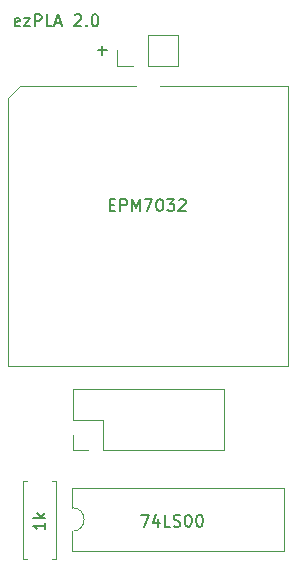
<source format=gto>
G04 #@! TF.GenerationSoftware,KiCad,Pcbnew,(5.1.9)-1*
G04 #@! TF.CreationDate,2023-07-11T19:38:37+01:00*
G04 #@! TF.ProjectId,ezPLA,657a504c-412e-46b6-9963-61645f706362,v2.0*
G04 #@! TF.SameCoordinates,Original*
G04 #@! TF.FileFunction,Legend,Top*
G04 #@! TF.FilePolarity,Positive*
%FSLAX46Y46*%
G04 Gerber Fmt 4.6, Leading zero omitted, Abs format (unit mm)*
G04 Created by KiCad (PCBNEW (5.1.9)-1) date 2023-07-11 19:38:37*
%MOMM*%
%LPD*%
G01*
G04 APERTURE LIST*
%ADD10C,0.150000*%
%ADD11C,0.200000*%
%ADD12C,0.120000*%
%ADD13O,1.600000X1.600000*%
%ADD14R,1.600000X1.600000*%
%ADD15O,1.700000X1.700000*%
%ADD16R,1.700000X1.700000*%
%ADD17C,1.422400*%
%ADD18R,1.422400X1.422400*%
%ADD19C,1.600000*%
G04 APERTURE END LIST*
D10*
X147157142Y-142327380D02*
X147823809Y-142327380D01*
X147395238Y-143327380D01*
X148633333Y-142660714D02*
X148633333Y-143327380D01*
X148395238Y-142279761D02*
X148157142Y-142994047D01*
X148776190Y-142994047D01*
X149633333Y-143327380D02*
X149157142Y-143327380D01*
X149157142Y-142327380D01*
X149919047Y-143279761D02*
X150061904Y-143327380D01*
X150300000Y-143327380D01*
X150395238Y-143279761D01*
X150442857Y-143232142D01*
X150490476Y-143136904D01*
X150490476Y-143041666D01*
X150442857Y-142946428D01*
X150395238Y-142898809D01*
X150300000Y-142851190D01*
X150109523Y-142803571D01*
X150014285Y-142755952D01*
X149966666Y-142708333D01*
X149919047Y-142613095D01*
X149919047Y-142517857D01*
X149966666Y-142422619D01*
X150014285Y-142375000D01*
X150109523Y-142327380D01*
X150347619Y-142327380D01*
X150490476Y-142375000D01*
X151109523Y-142327380D02*
X151204761Y-142327380D01*
X151300000Y-142375000D01*
X151347619Y-142422619D01*
X151395238Y-142517857D01*
X151442857Y-142708333D01*
X151442857Y-142946428D01*
X151395238Y-143136904D01*
X151347619Y-143232142D01*
X151300000Y-143279761D01*
X151204761Y-143327380D01*
X151109523Y-143327380D01*
X151014285Y-143279761D01*
X150966666Y-143232142D01*
X150919047Y-143136904D01*
X150871428Y-142946428D01*
X150871428Y-142708333D01*
X150919047Y-142517857D01*
X150966666Y-142422619D01*
X151014285Y-142375000D01*
X151109523Y-142327380D01*
X152061904Y-142327380D02*
X152157142Y-142327380D01*
X152252380Y-142375000D01*
X152300000Y-142422619D01*
X152347619Y-142517857D01*
X152395238Y-142708333D01*
X152395238Y-142946428D01*
X152347619Y-143136904D01*
X152300000Y-143232142D01*
X152252380Y-143279761D01*
X152157142Y-143327380D01*
X152061904Y-143327380D01*
X151966666Y-143279761D01*
X151919047Y-143232142D01*
X151871428Y-143136904D01*
X151823809Y-142946428D01*
X151823809Y-142708333D01*
X151871428Y-142517857D01*
X151919047Y-142422619D01*
X151966666Y-142375000D01*
X152061904Y-142327380D01*
D11*
X139052380Y-142994047D02*
X139052380Y-143565476D01*
X139052380Y-143279761D02*
X138052380Y-143279761D01*
X138195238Y-143375000D01*
X138290476Y-143470238D01*
X138338095Y-143565476D01*
X139052380Y-142565476D02*
X138052380Y-142565476D01*
X138671428Y-142470238D02*
X139052380Y-142184523D01*
X138385714Y-142184523D02*
X138766666Y-142565476D01*
D10*
X144509523Y-116078571D02*
X144842857Y-116078571D01*
X144985714Y-116602380D02*
X144509523Y-116602380D01*
X144509523Y-115602380D01*
X144985714Y-115602380D01*
X145414285Y-116602380D02*
X145414285Y-115602380D01*
X145795238Y-115602380D01*
X145890476Y-115650000D01*
X145938095Y-115697619D01*
X145985714Y-115792857D01*
X145985714Y-115935714D01*
X145938095Y-116030952D01*
X145890476Y-116078571D01*
X145795238Y-116126190D01*
X145414285Y-116126190D01*
X146414285Y-116602380D02*
X146414285Y-115602380D01*
X146747619Y-116316666D01*
X147080952Y-115602380D01*
X147080952Y-116602380D01*
X147461904Y-115602380D02*
X148128571Y-115602380D01*
X147700000Y-116602380D01*
X148700000Y-115602380D02*
X148795238Y-115602380D01*
X148890476Y-115650000D01*
X148938095Y-115697619D01*
X148985714Y-115792857D01*
X149033333Y-115983333D01*
X149033333Y-116221428D01*
X148985714Y-116411904D01*
X148938095Y-116507142D01*
X148890476Y-116554761D01*
X148795238Y-116602380D01*
X148700000Y-116602380D01*
X148604761Y-116554761D01*
X148557142Y-116507142D01*
X148509523Y-116411904D01*
X148461904Y-116221428D01*
X148461904Y-115983333D01*
X148509523Y-115792857D01*
X148557142Y-115697619D01*
X148604761Y-115650000D01*
X148700000Y-115602380D01*
X149366666Y-115602380D02*
X149985714Y-115602380D01*
X149652380Y-115983333D01*
X149795238Y-115983333D01*
X149890476Y-116030952D01*
X149938095Y-116078571D01*
X149985714Y-116173809D01*
X149985714Y-116411904D01*
X149938095Y-116507142D01*
X149890476Y-116554761D01*
X149795238Y-116602380D01*
X149509523Y-116602380D01*
X149414285Y-116554761D01*
X149366666Y-116507142D01*
X150366666Y-115697619D02*
X150414285Y-115650000D01*
X150509523Y-115602380D01*
X150747619Y-115602380D01*
X150842857Y-115650000D01*
X150890476Y-115697619D01*
X150938095Y-115792857D01*
X150938095Y-115888095D01*
X150890476Y-116030952D01*
X150319047Y-116602380D01*
X150938095Y-116602380D01*
X136880952Y-100904761D02*
X136785714Y-100952380D01*
X136595238Y-100952380D01*
X136500000Y-100904761D01*
X136452380Y-100809523D01*
X136452380Y-100428571D01*
X136500000Y-100333333D01*
X136595238Y-100285714D01*
X136785714Y-100285714D01*
X136880952Y-100333333D01*
X136928571Y-100428571D01*
X136928571Y-100523809D01*
X136452380Y-100619047D01*
X137261904Y-100285714D02*
X137785714Y-100285714D01*
X137261904Y-100952380D01*
X137785714Y-100952380D01*
X138166666Y-100952380D02*
X138166666Y-99952380D01*
X138547619Y-99952380D01*
X138642857Y-100000000D01*
X138690476Y-100047619D01*
X138738095Y-100142857D01*
X138738095Y-100285714D01*
X138690476Y-100380952D01*
X138642857Y-100428571D01*
X138547619Y-100476190D01*
X138166666Y-100476190D01*
X139642857Y-100952380D02*
X139166666Y-100952380D01*
X139166666Y-99952380D01*
X139928571Y-100666666D02*
X140404761Y-100666666D01*
X139833333Y-100952380D02*
X140166666Y-99952380D01*
X140500000Y-100952380D01*
X141547619Y-100047619D02*
X141595238Y-100000000D01*
X141690476Y-99952380D01*
X141928571Y-99952380D01*
X142023809Y-100000000D01*
X142071428Y-100047619D01*
X142119047Y-100142857D01*
X142119047Y-100238095D01*
X142071428Y-100380952D01*
X141500000Y-100952380D01*
X142119047Y-100952380D01*
X142547619Y-100857142D02*
X142595238Y-100904761D01*
X142547619Y-100952380D01*
X142500000Y-100904761D01*
X142547619Y-100857142D01*
X142547619Y-100952380D01*
X143214285Y-99952380D02*
X143309523Y-99952380D01*
X143404761Y-100000000D01*
X143452380Y-100047619D01*
X143500000Y-100142857D01*
X143547619Y-100333333D01*
X143547619Y-100571428D01*
X143500000Y-100761904D01*
X143452380Y-100857142D01*
X143404761Y-100904761D01*
X143309523Y-100952380D01*
X143214285Y-100952380D01*
X143119047Y-100904761D01*
X143071428Y-100857142D01*
X143023809Y-100761904D01*
X142976190Y-100571428D01*
X142976190Y-100333333D01*
X143023809Y-100142857D01*
X143071428Y-100047619D01*
X143119047Y-100000000D01*
X143214285Y-99952380D01*
X143519047Y-102996428D02*
X144280952Y-102996428D01*
X143900000Y-103377380D02*
X143900000Y-102615476D01*
D12*
X145130000Y-104330000D02*
X145130000Y-103000000D01*
X146460000Y-104330000D02*
X145130000Y-104330000D01*
X147730000Y-104330000D02*
X147730000Y-101670000D01*
X147730000Y-101670000D02*
X150330000Y-101670000D01*
X147730000Y-104330000D02*
X150330000Y-104330000D01*
X150330000Y-104330000D02*
X150330000Y-101670000D01*
X159580000Y-106000000D02*
X148730000Y-106000000D01*
X159580000Y-129700000D02*
X159580000Y-106000000D01*
X135880000Y-129700000D02*
X159580000Y-129700000D01*
X135880000Y-107000000D02*
X135880000Y-129700000D01*
X136880000Y-106000000D02*
X135880000Y-107000000D01*
X146730000Y-106000000D02*
X136880000Y-106000000D01*
X141380000Y-136870000D02*
X141380000Y-135540000D01*
X142710000Y-136870000D02*
X141380000Y-136870000D01*
X141380000Y-134270000D02*
X141380000Y-131670000D01*
X143980000Y-134270000D02*
X141380000Y-134270000D01*
X143980000Y-136870000D02*
X143980000Y-134270000D01*
X141380000Y-131670000D02*
X154200000Y-131670000D01*
X143980000Y-136870000D02*
X154200000Y-136870000D01*
X154200000Y-136870000D02*
X154200000Y-131670000D01*
X139945000Y-139495000D02*
X139615000Y-139495000D01*
X139945000Y-146035000D02*
X139945000Y-139495000D01*
X139615000Y-146035000D02*
X139945000Y-146035000D01*
X137205000Y-139495000D02*
X137535000Y-139495000D01*
X137205000Y-146035000D02*
X137205000Y-139495000D01*
X137535000Y-146035000D02*
X137205000Y-146035000D01*
X141345000Y-140065000D02*
X141345000Y-141715000D01*
X159245000Y-140065000D02*
X141345000Y-140065000D01*
X159245000Y-145365000D02*
X159245000Y-140065000D01*
X141345000Y-145365000D02*
X159245000Y-145365000D01*
X141345000Y-143715000D02*
X141345000Y-145365000D01*
X141345000Y-141715000D02*
G75*
G02*
X141345000Y-143715000I0J-1000000D01*
G01*
%LPC*%
D13*
X155467600Y-102617000D03*
X140227600Y-135637000D03*
X155467600Y-105157000D03*
X140227600Y-133097000D03*
X155467600Y-107697000D03*
X140227600Y-130557000D03*
X155467600Y-110237000D03*
X140227600Y-128017000D03*
X155467600Y-112777000D03*
X140227600Y-125477000D03*
X155467600Y-115317000D03*
X140227600Y-122937000D03*
X155467600Y-117857000D03*
X140227600Y-120397000D03*
X155467600Y-120397000D03*
X140227600Y-117857000D03*
X155467600Y-122937000D03*
X140227600Y-115317000D03*
X155467600Y-125477000D03*
X140227600Y-112777000D03*
X155467600Y-128017000D03*
X140227600Y-110237000D03*
X155467600Y-130557000D03*
X140227600Y-107697000D03*
X155467600Y-133097000D03*
X140227600Y-105157000D03*
X155467600Y-135637000D03*
D14*
X140227600Y-102617000D03*
D15*
X149000000Y-103000000D03*
D16*
X146460000Y-103000000D03*
D17*
X156620000Y-111500000D03*
X156620000Y-114040000D03*
X156620000Y-116580000D03*
X156620000Y-119120000D03*
X156620000Y-121660000D03*
X154080000Y-108960000D03*
X154080000Y-114040000D03*
X154080000Y-116580000D03*
X154080000Y-119120000D03*
X154080000Y-121660000D03*
X154080000Y-124200000D03*
X154080000Y-126740000D03*
X151540000Y-126740000D03*
X149000000Y-126740000D03*
X146460000Y-126740000D03*
X143920000Y-126740000D03*
X141380000Y-126740000D03*
X156620000Y-124200000D03*
X151540000Y-124200000D03*
X149000000Y-124200000D03*
X146460000Y-124200000D03*
X143920000Y-124200000D03*
X141380000Y-124200000D03*
X138840000Y-124200000D03*
X138840000Y-121660000D03*
X138840000Y-119120000D03*
X138840000Y-116580000D03*
X138840000Y-114040000D03*
X138840000Y-111500000D03*
X141380000Y-121660000D03*
X141380000Y-119120000D03*
X141380000Y-116580000D03*
X141380000Y-114040000D03*
X141380000Y-111500000D03*
X151540000Y-108960000D03*
X149000000Y-108960000D03*
X141380000Y-108960000D03*
X143920000Y-108960000D03*
X146460000Y-108960000D03*
X154080000Y-111500000D03*
X151540000Y-111500000D03*
X143920000Y-111500000D03*
X146460000Y-111500000D03*
D18*
X149000000Y-111500000D03*
D16*
X142710000Y-135540000D03*
D15*
X142710000Y-133000000D03*
X145250000Y-135540000D03*
X145250000Y-133000000D03*
X147790000Y-135540000D03*
X147790000Y-133000000D03*
X150330000Y-135540000D03*
X150330000Y-133000000D03*
X152870000Y-135540000D03*
X152870000Y-133000000D03*
D19*
X138575000Y-146575000D03*
D13*
X138575000Y-138955000D03*
D14*
X142675000Y-146525000D03*
D13*
X157915000Y-138905000D03*
X145215000Y-146525000D03*
X155375000Y-138905000D03*
X147755000Y-146525000D03*
X152835000Y-138905000D03*
X150295000Y-146525000D03*
X150295000Y-138905000D03*
X152835000Y-146525000D03*
X147755000Y-138905000D03*
X155375000Y-146525000D03*
X145215000Y-138905000D03*
X157915000Y-146525000D03*
X142675000Y-138905000D03*
M02*

</source>
